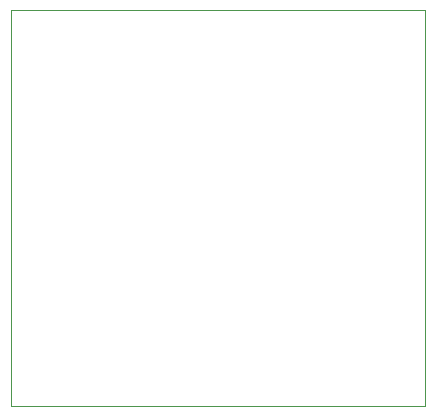
<source format=gm1>
G04 #@! TF.GenerationSoftware,KiCad,Pcbnew,9.0.0*
G04 #@! TF.CreationDate,2025-07-01T12:28:05-04:00*
G04 #@! TF.ProjectId,wio-e5-test,77696f2d-6535-42d7-9465-73742e6b6963,rev?*
G04 #@! TF.SameCoordinates,Original*
G04 #@! TF.FileFunction,Profile,NP*
%FSLAX46Y46*%
G04 Gerber Fmt 4.6, Leading zero omitted, Abs format (unit mm)*
G04 Created by KiCad (PCBNEW 9.0.0) date 2025-07-01 12:28:05*
%MOMM*%
%LPD*%
G01*
G04 APERTURE LIST*
G04 #@! TA.AperFunction,Profile*
%ADD10C,0.050000*%
G04 #@! TD*
G04 APERTURE END LIST*
D10*
X137500000Y-123000000D02*
X172600000Y-123000000D01*
X172600000Y-156500000D01*
X137500000Y-156500000D01*
X137500000Y-123000000D01*
M02*

</source>
